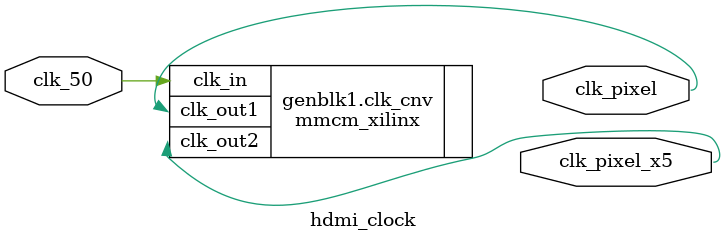
<source format=sv>
`timescale 1ns / 1ns

module hdmi_clock
  #(
     parameter int VIDEO_ID_CODE = 1
   )
   (
     input logic clk_50,
     output logic clk_pixel,
     output logic clk_pixel_x5
   );
  generate
    case (VIDEO_ID_CODE)
      1:  // 640x480 25.2MHz
        mmcm_xilinx  #(.MULT_F(63.000), .DIVCLK_DIVIDE(5), .DIV1_F(25.0), .DIV2(5), .CLKIN_PERIOD(20.0))
        clk_cnv (.clk_in(clk_50), .clk_out1(clk_pixel), .clk_out2(clk_pixel_x5));
      4:  // 1280x720 74.25MHz
        mmcm_xilinx  #(.MULT_F(59.375), .DIVCLK_DIVIDE(4), .DIV1_F(10.0), .DIV2(2), .CLKIN_PERIOD(20.0))
        clk_cnv (.clk_in(clk_50), .clk_out1(clk_pixel), .clk_out2(clk_pixel_x5));
      16:  // 1920x1080  	148.5MHz
        mmcm_xilinx  #(.MULT_F(59.375), .DIVCLK_DIVIDE(4), .DIV1_F(5.0), .DIV2(1), .CLKIN_PERIOD(20.0))
        clk_cnv (.clk_in(clk_50), .clk_out1(clk_pixel), .clk_out2(clk_pixel_x5));
    endcase
  endgenerate
endmodule

</source>
